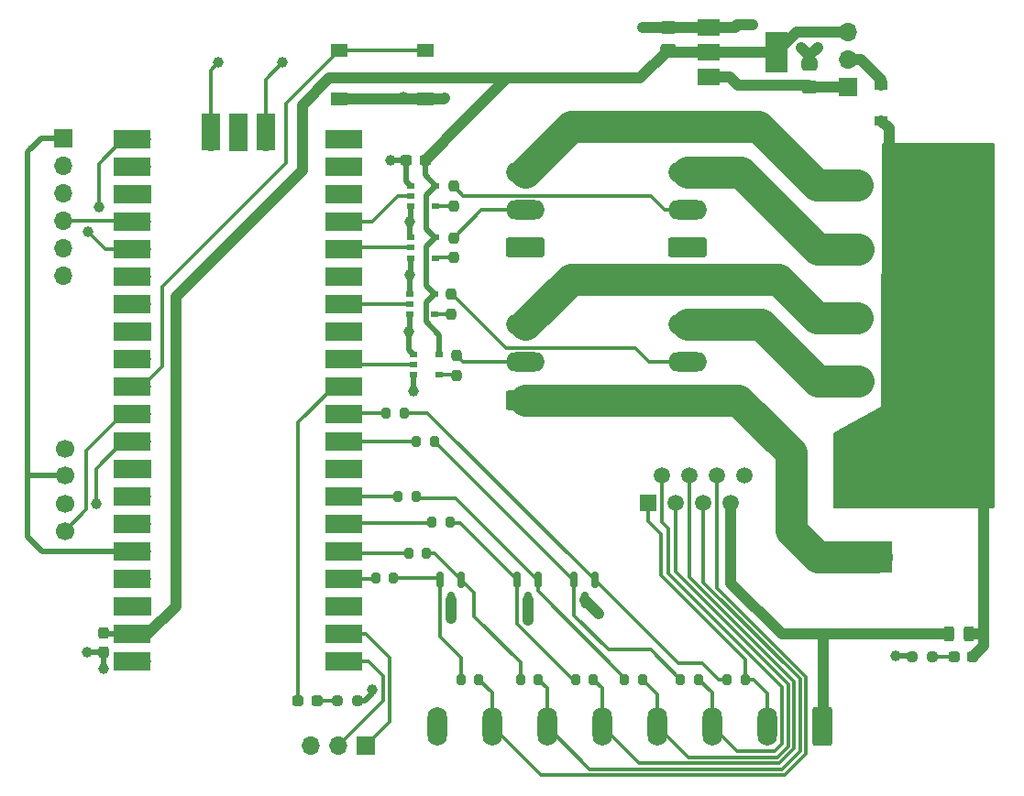
<source format=gbr>
%TF.GenerationSoftware,KiCad,Pcbnew,7.0.7*%
%TF.CreationDate,2023-09-26T23:23:30-04:00*%
%TF.ProjectId,WingsStation,57696e67-7353-4746-9174-696f6e2e6b69,v1*%
%TF.SameCoordinates,Original*%
%TF.FileFunction,Copper,L1,Top*%
%TF.FilePolarity,Positive*%
%FSLAX46Y46*%
G04 Gerber Fmt 4.6, Leading zero omitted, Abs format (unit mm)*
G04 Created by KiCad (PCBNEW 7.0.7) date 2023-09-26 23:23:30*
%MOMM*%
%LPD*%
G01*
G04 APERTURE LIST*
G04 Aperture macros list*
%AMRoundRect*
0 Rectangle with rounded corners*
0 $1 Rounding radius*
0 $2 $3 $4 $5 $6 $7 $8 $9 X,Y pos of 4 corners*
0 Add a 4 corners polygon primitive as box body*
4,1,4,$2,$3,$4,$5,$6,$7,$8,$9,$2,$3,0*
0 Add four circle primitives for the rounded corners*
1,1,$1+$1,$2,$3*
1,1,$1+$1,$4,$5*
1,1,$1+$1,$6,$7*
1,1,$1+$1,$8,$9*
0 Add four rect primitives between the rounded corners*
20,1,$1+$1,$2,$3,$4,$5,0*
20,1,$1+$1,$4,$5,$6,$7,0*
20,1,$1+$1,$6,$7,$8,$9,0*
20,1,$1+$1,$8,$9,$2,$3,0*%
G04 Aperture macros list end*
%TA.AperFunction,ComponentPad*%
%ADD10RoundRect,0.250000X1.550000X-0.650000X1.550000X0.650000X-1.550000X0.650000X-1.550000X-0.650000X0*%
%TD*%
%TA.AperFunction,ComponentPad*%
%ADD11O,3.600000X1.800000*%
%TD*%
%TA.AperFunction,ComponentPad*%
%ADD12R,3.000000X3.000000*%
%TD*%
%TA.AperFunction,ComponentPad*%
%ADD13C,3.000000*%
%TD*%
%TA.AperFunction,ComponentPad*%
%ADD14C,2.475000*%
%TD*%
%TA.AperFunction,SMDPad,CuDef*%
%ADD15RoundRect,0.250000X0.475000X-0.337500X0.475000X0.337500X-0.475000X0.337500X-0.475000X-0.337500X0*%
%TD*%
%TA.AperFunction,ComponentPad*%
%ADD16R,1.700000X1.700000*%
%TD*%
%TA.AperFunction,ComponentPad*%
%ADD17O,1.700000X1.700000*%
%TD*%
%TA.AperFunction,SMDPad,CuDef*%
%ADD18RoundRect,0.237500X-0.250000X-0.237500X0.250000X-0.237500X0.250000X0.237500X-0.250000X0.237500X0*%
%TD*%
%TA.AperFunction,SMDPad,CuDef*%
%ADD19RoundRect,0.237500X-0.287500X-0.237500X0.287500X-0.237500X0.287500X0.237500X-0.287500X0.237500X0*%
%TD*%
%TA.AperFunction,ComponentPad*%
%ADD20R,1.500000X1.500000*%
%TD*%
%TA.AperFunction,ComponentPad*%
%ADD21C,1.500000*%
%TD*%
%TA.AperFunction,SMDPad,CuDef*%
%ADD22RoundRect,0.237500X0.300000X0.237500X-0.300000X0.237500X-0.300000X-0.237500X0.300000X-0.237500X0*%
%TD*%
%TA.AperFunction,SMDPad,CuDef*%
%ADD23R,1.200000X0.900000*%
%TD*%
%TA.AperFunction,SMDPad,CuDef*%
%ADD24RoundRect,0.237500X-0.237500X0.250000X-0.237500X-0.250000X0.237500X-0.250000X0.237500X0.250000X0*%
%TD*%
%TA.AperFunction,SMDPad,CuDef*%
%ADD25R,2.000000X1.500000*%
%TD*%
%TA.AperFunction,SMDPad,CuDef*%
%ADD26R,2.000000X3.800000*%
%TD*%
%TA.AperFunction,SMDPad,CuDef*%
%ADD27R,0.700000X0.510000*%
%TD*%
%TA.AperFunction,ComponentPad*%
%ADD28C,1.700000*%
%TD*%
%TA.AperFunction,SMDPad,CuDef*%
%ADD29RoundRect,0.150000X-0.150000X0.587500X-0.150000X-0.587500X0.150000X-0.587500X0.150000X0.587500X0*%
%TD*%
%TA.AperFunction,SMDPad,CuDef*%
%ADD30R,3.500000X1.700000*%
%TD*%
%TA.AperFunction,SMDPad,CuDef*%
%ADD31R,1.700000X3.500000*%
%TD*%
%TA.AperFunction,SMDPad,CuDef*%
%ADD32RoundRect,0.200000X0.200000X0.275000X-0.200000X0.275000X-0.200000X-0.275000X0.200000X-0.275000X0*%
%TD*%
%TA.AperFunction,SMDPad,CuDef*%
%ADD33R,1.550000X1.300000*%
%TD*%
%TA.AperFunction,SMDPad,CuDef*%
%ADD34RoundRect,0.243750X0.243750X0.456250X-0.243750X0.456250X-0.243750X-0.456250X0.243750X-0.456250X0*%
%TD*%
%TA.AperFunction,ComponentPad*%
%ADD35RoundRect,0.250000X0.650000X1.550000X-0.650000X1.550000X-0.650000X-1.550000X0.650000X-1.550000X0*%
%TD*%
%TA.AperFunction,ComponentPad*%
%ADD36O,1.800000X3.600000*%
%TD*%
%TA.AperFunction,SMDPad,CuDef*%
%ADD37RoundRect,0.237500X0.287500X0.237500X-0.287500X0.237500X-0.287500X-0.237500X0.287500X-0.237500X0*%
%TD*%
%TA.AperFunction,SMDPad,CuDef*%
%ADD38RoundRect,0.237500X-0.237500X0.300000X-0.237500X-0.300000X0.237500X-0.300000X0.237500X0.300000X0*%
%TD*%
%TA.AperFunction,ViaPad*%
%ADD39C,1.000000*%
%TD*%
%TA.AperFunction,Conductor*%
%ADD40C,1.000000*%
%TD*%
%TA.AperFunction,Conductor*%
%ADD41C,3.000000*%
%TD*%
%TA.AperFunction,Conductor*%
%ADD42C,0.500000*%
%TD*%
%TA.AperFunction,Conductor*%
%ADD43C,0.350000*%
%TD*%
G04 APERTURE END LIST*
D10*
%TO.P,J2,1,Pin_1*%
%TO.N,GND*%
X-116373700Y25585700D03*
D11*
%TO.P,J2,2,Pin_2*%
%TO.N,/Outputs/DOUT2*%
X-116373700Y29085700D03*
%TO.P,J2,3,Pin_3*%
%TO.N,/Outputs/VOUT2*%
X-116373700Y32585700D03*
%TD*%
D10*
%TO.P,J4,1,Pin_1*%
%TO.N,GND*%
X-101373700Y25603200D03*
D11*
%TO.P,J4,2,Pin_2*%
%TO.N,/Outputs/DOUT4*%
X-101373700Y29103200D03*
%TO.P,J4,3,Pin_3*%
%TO.N,/Outputs/VOUT4*%
X-101373700Y32603200D03*
%TD*%
D10*
%TO.P,J3,1,Pin_1*%
%TO.N,GND*%
X-101373700Y11520700D03*
D11*
%TO.P,J3,2,Pin_2*%
%TO.N,/Outputs/DOUT3*%
X-101373700Y15020700D03*
%TO.P,J3,3,Pin_3*%
%TO.N,/Outputs/VOUT3*%
X-101373700Y18520700D03*
%TD*%
D10*
%TO.P,J1,1,Pin_1*%
%TO.N,GND*%
X-116373700Y11503200D03*
D11*
%TO.P,J1,2,Pin_2*%
%TO.N,/Outputs/DOUT1*%
X-116373700Y15003200D03*
%TO.P,J1,3,Pin_3*%
%TO.N,/Outputs/VOUT1*%
X-116373700Y18503200D03*
%TD*%
D12*
%TO.P,TB1,1,P1*%
%TO.N,GND*%
X-83952400Y-3012260D03*
D13*
%TO.P,TB1,2,P2*%
%TO.N,VIN1*%
X-83952400Y5237660D03*
%TD*%
D14*
%TO.P,F2,1_1,1*%
%TO.N,VIN1*%
X-77549410Y31385700D03*
%TO.P,F2,1_2,1*%
X-81249410Y31385700D03*
%TO.P,F2,2_1,2*%
%TO.N,/Outputs/VOUT2*%
X-85749410Y31385700D03*
%TO.P,F2,2_2,2*%
X-89449410Y31385700D03*
%TD*%
%TO.P,F4,1_1,1*%
%TO.N,VIN1*%
X-77466200Y25485700D03*
%TO.P,F4,1_2,1*%
X-81166200Y25485700D03*
%TO.P,F4,2_1,2*%
%TO.N,/Outputs/VOUT4*%
X-85666200Y25485700D03*
%TO.P,F4,2_2,2*%
X-89366200Y25485700D03*
%TD*%
%TO.P,F1,1_1,1*%
%TO.N,VIN1*%
X-77549410Y19085700D03*
%TO.P,F1,1_2,1*%
X-81249410Y19085700D03*
%TO.P,F1,2_1,2*%
%TO.N,/Outputs/VOUT1*%
X-85749410Y19085700D03*
%TO.P,F1,2_2,2*%
X-89449410Y19085700D03*
%TD*%
%TO.P,F3,1_1,1*%
%TO.N,VIN1*%
X-77466200Y13285700D03*
%TO.P,F3,1_2,1*%
X-81166200Y13285700D03*
%TO.P,F3,2_1,2*%
%TO.N,/Outputs/VOUT3*%
X-85666200Y13285700D03*
%TO.P,F3,2_2,2*%
X-89366200Y13285700D03*
%TD*%
D15*
%TO.P,C1,1*%
%TO.N,/PWR*%
X-90116200Y40448200D03*
%TO.P,C1,2*%
%TO.N,GND*%
X-90116200Y42523200D03*
%TD*%
D16*
%TO.P,J6,1,Pin_1*%
%TO.N,/PWR*%
X-86616200Y40460700D03*
D17*
%TO.P,J6,2,Pin_2*%
%TO.N,/VIN*%
X-86616200Y43000700D03*
%TO.P,J6,3,Pin_3*%
%TO.N,+5V*%
X-86616200Y45540700D03*
%TD*%
D15*
%TO.P,C2,1*%
%TO.N,+5V*%
X-103216200Y43833200D03*
%TO.P,C2,2*%
%TO.N,GND*%
X-103216200Y45908200D03*
%TD*%
D18*
%TO.P,R1,1*%
%TO.N,GND*%
X-80628700Y-12214300D03*
%TO.P,R1,2*%
%TO.N,Net-(D2-K)*%
X-78803700Y-12214300D03*
%TD*%
D19*
%TO.P,D2,1,K*%
%TO.N,Net-(D2-K)*%
X-76791200Y-12214300D03*
%TO.P,D2,2,A*%
%TO.N,VIN1*%
X-75041200Y-12214300D03*
%TD*%
D20*
%TO.P,J7,1*%
%TO.N,IN0*%
X-105016200Y1985700D03*
D21*
%TO.P,J7,2*%
%TO.N,IN1*%
X-103746200Y4525700D03*
%TO.P,J7,3*%
%TO.N,IN2*%
X-102476200Y1985700D03*
%TO.P,J7,4*%
%TO.N,IN3*%
X-101206200Y4525700D03*
%TO.P,J7,5*%
%TO.N,IN4*%
X-99936200Y1985700D03*
%TO.P,J7,6*%
%TO.N,IN5*%
X-98666200Y4525700D03*
%TO.P,J7,7*%
%TO.N,B_PWR*%
X-97396200Y1985700D03*
%TO.P,J7,8*%
%TO.N,GND*%
X-96126200Y4525700D03*
%TD*%
D22*
%TO.P,C3,1*%
%TO.N,+5V*%
X-125653700Y33685700D03*
%TO.P,C3,2*%
%TO.N,GND*%
X-127378700Y33685700D03*
%TD*%
D23*
%TO.P,D1,1,K*%
%TO.N,/VIN*%
X-83516200Y40635700D03*
%TO.P,D1,2,A*%
%TO.N,VIN1*%
X-83516200Y37335700D03*
%TD*%
D24*
%TO.P,R7,1*%
%TO.N,/Outputs/DOUT1*%
X-122716200Y15598200D03*
%TO.P,R7,2*%
%TO.N,Net-(R7-Pad2)*%
X-122716200Y13773200D03*
%TD*%
%TO.P,R8,1*%
%TO.N,/Outputs/DOUT2*%
X-123016200Y26498200D03*
%TO.P,R8,2*%
%TO.N,Net-(R8-Pad2)*%
X-123016200Y24673200D03*
%TD*%
%TO.P,R10,1*%
%TO.N,/Outputs/DOUT4*%
X-123016200Y31298200D03*
%TO.P,R10,2*%
%TO.N,Net-(R10-Pad2)*%
X-123016200Y29473200D03*
%TD*%
D25*
%TO.P,U2,1,GND*%
%TO.N,GND*%
X-99466200Y45970700D03*
%TO.P,U2,2,VO*%
%TO.N,+5V*%
X-99466200Y43670700D03*
D26*
X-93166200Y43670700D03*
D25*
%TO.P,U2,3,VI*%
%TO.N,/PWR*%
X-99466200Y41370700D03*
%TD*%
D27*
%TO.P,U4,1*%
%TO.N,GND*%
X-126676200Y15735700D03*
%TO.P,U4,2*%
%TO.N,OUT17*%
X-126676200Y14785700D03*
%TO.P,U4,3,GND*%
%TO.N,GND*%
X-126676200Y13835700D03*
%TO.P,U4,4*%
%TO.N,Net-(R7-Pad2)*%
X-124356200Y13835700D03*
%TO.P,U4,5,VCC*%
%TO.N,+5V*%
X-124356200Y15735700D03*
%TD*%
D24*
%TO.P,R9,1*%
%TO.N,/Outputs/DOUT3*%
X-123216200Y21298200D03*
%TO.P,R9,2*%
%TO.N,Net-(R9-Pad2)*%
X-123216200Y19473200D03*
%TD*%
D28*
%TO.P,J5,1,Pin_1*%
%TO.N,/Micro/SDA*%
X-158888200Y-596300D03*
%TO.P,J5,2,Pin_2*%
%TO.N,/Micro/SCL*%
X-158888200Y1903700D03*
%TO.P,J5,3,Pin_3*%
%TO.N,+3V3*%
X-158888200Y4503700D03*
%TO.P,J5,4,Pin_4*%
%TO.N,GND*%
X-158888200Y7003700D03*
%TD*%
D29*
%TO.P,D3,1,K*%
%TO.N,Net-(D3-K-Pad1)*%
X-109966200Y-5126800D03*
%TO.P,D3,2,K*%
%TO.N,Net-(D3-K-Pad2)*%
X-111866200Y-5126800D03*
%TO.P,D3,3,A*%
%TO.N,GND*%
X-110916200Y-7001800D03*
%TD*%
D17*
%TO.P,U1,1,GPIO0*%
%TO.N,Net-(J9-Pin_2)*%
X-134026200Y-12644300D03*
D30*
X-133126200Y-12644300D03*
D17*
%TO.P,U1,2,GPIO1*%
%TO.N,Net-(J9-Pin_1)*%
X-134026200Y-10104300D03*
D30*
X-133126200Y-10104300D03*
D16*
%TO.P,U1,3,GND*%
%TO.N,GND*%
X-134026200Y-7564300D03*
D30*
X-133126200Y-7564300D03*
D17*
%TO.P,U1,4,GPIO2*%
%TO.N,IO2*%
X-134026200Y-5024300D03*
D30*
X-133126200Y-5024300D03*
D17*
%TO.P,U1,5,GPIO3*%
%TO.N,IO3*%
X-134026200Y-2484300D03*
D30*
X-133126200Y-2484300D03*
D17*
%TO.P,U1,6,GPIO4*%
%TO.N,IO4*%
X-134026200Y55700D03*
D30*
X-133126200Y55700D03*
D17*
%TO.P,U1,7,GPIO5*%
%TO.N,IO5*%
X-134026200Y2595700D03*
D30*
X-133126200Y2595700D03*
D16*
%TO.P,U1,8,GND*%
%TO.N,GND*%
X-134026200Y5135700D03*
D30*
X-133126200Y5135700D03*
D17*
%TO.P,U1,9,GPIO6*%
%TO.N,IO6*%
X-134026200Y7675700D03*
D30*
X-133126200Y7675700D03*
D17*
%TO.P,U1,10,GPIO7*%
%TO.N,IO7*%
X-134026200Y10215700D03*
D30*
X-133126200Y10215700D03*
D17*
%TO.P,U1,11,GPIO8*%
%TO.N,Net-(D4-A)*%
X-134026200Y12755700D03*
D30*
X-133126200Y12755700D03*
D17*
%TO.P,U1,12,GPIO9*%
%TO.N,OUT17*%
X-134026200Y15295700D03*
D30*
X-133126200Y15295700D03*
D16*
%TO.P,U1,13,GND*%
%TO.N,GND*%
X-134026200Y17835700D03*
D30*
X-133126200Y17835700D03*
D17*
%TO.P,U1,14,GPIO10*%
%TO.N,OUT19*%
X-134026200Y20375700D03*
D30*
X-133126200Y20375700D03*
D17*
%TO.P,U1,15,GPIO11*%
%TO.N,unconnected-(U1-GPIO11-Pad15)*%
X-134026200Y22915700D03*
D30*
X-133126200Y22915700D03*
D17*
%TO.P,U1,16,GPIO12*%
%TO.N,OUT18*%
X-134026200Y25455700D03*
D30*
X-133126200Y25455700D03*
D17*
%TO.P,U1,17,GPIO13*%
%TO.N,OUT20*%
X-134026200Y27995700D03*
D30*
X-133126200Y27995700D03*
D16*
%TO.P,U1,18,GND*%
%TO.N,GND*%
X-134026200Y30535700D03*
D30*
X-133126200Y30535700D03*
D17*
%TO.P,U1,19,GPIO14*%
%TO.N,unconnected-(U1-GPIO14-Pad19)*%
X-134026200Y33075700D03*
D30*
X-133126200Y33075700D03*
D17*
%TO.P,U1,20,GPIO15*%
%TO.N,unconnected-(U1-GPIO15-Pad20)*%
X-134026200Y35615700D03*
D30*
X-133126200Y35615700D03*
D17*
%TO.P,U1,21,GPIO16*%
%TO.N,SD_MISO*%
X-151806200Y35615700D03*
D30*
X-152706200Y35615700D03*
D17*
%TO.P,U1,22,GPIO17*%
%TO.N,SD_CS*%
X-151806200Y33075700D03*
D30*
X-152706200Y33075700D03*
D16*
%TO.P,U1,23,GND*%
%TO.N,GND*%
X-151806200Y30535700D03*
D30*
X-152706200Y30535700D03*
D17*
%TO.P,U1,24,GPIO18*%
%TO.N,SD_CLK*%
X-151806200Y27995700D03*
D30*
X-152706200Y27995700D03*
D17*
%TO.P,U1,25,GPIO19*%
%TO.N,SD_MOSI*%
X-151806200Y25455700D03*
D30*
X-152706200Y25455700D03*
D17*
%TO.P,U1,26,GPIO20*%
%TO.N,unconnected-(U1-GPIO20-Pad26)*%
X-151806200Y22915700D03*
D30*
X-152706200Y22915700D03*
D17*
%TO.P,U1,27,GPIO21*%
%TO.N,unconnected-(U1-GPIO21-Pad27)*%
X-151806200Y20375700D03*
D30*
X-152706200Y20375700D03*
D16*
%TO.P,U1,28,GND*%
%TO.N,GND*%
X-151806200Y17835700D03*
D30*
X-152706200Y17835700D03*
D17*
%TO.P,U1,29,GPIO22*%
%TO.N,unconnected-(U1-GPIO22-Pad29)*%
X-151806200Y15295700D03*
D30*
X-152706200Y15295700D03*
D17*
%TO.P,U1,30,RUN*%
%TO.N,Net-(U1-RUN)*%
X-151806200Y12755700D03*
D30*
X-152706200Y12755700D03*
D17*
%TO.P,U1,31,GPIO26_ADC0*%
%TO.N,/Micro/SDA*%
X-151806200Y10215700D03*
D30*
X-152706200Y10215700D03*
D17*
%TO.P,U1,32,GPIO27_ADC1*%
%TO.N,/Micro/SCL*%
X-151806200Y7675700D03*
D30*
X-152706200Y7675700D03*
D16*
%TO.P,U1,33,AGND*%
%TO.N,unconnected-(U1-AGND-Pad33)*%
X-151806200Y5135700D03*
D30*
X-152706200Y5135700D03*
D17*
%TO.P,U1,34,GPIO28_ADC2*%
%TO.N,unconnected-(U1-GPIO28_ADC2-Pad34)*%
X-151806200Y2595700D03*
D30*
X-152706200Y2595700D03*
D17*
%TO.P,U1,35,ADC_VREF*%
%TO.N,unconnected-(U1-ADC_VREF-Pad35)*%
X-151806200Y55700D03*
D30*
X-152706200Y55700D03*
D17*
%TO.P,U1,36,3V3*%
%TO.N,+3V3*%
X-151806200Y-2484300D03*
D30*
X-152706200Y-2484300D03*
D17*
%TO.P,U1,37,3V3_EN*%
%TO.N,unconnected-(U1-3V3_EN-Pad37)*%
X-151806200Y-5024300D03*
D30*
X-152706200Y-5024300D03*
D16*
%TO.P,U1,38,GND*%
%TO.N,GND*%
X-151806200Y-7564300D03*
D30*
X-152706200Y-7564300D03*
D17*
%TO.P,U1,39,VSYS*%
%TO.N,+5V*%
X-151806200Y-10104300D03*
D30*
X-152706200Y-10104300D03*
D17*
%TO.P,U1,40,VBUS*%
%TO.N,unconnected-(U1-VBUS-Pad40)*%
X-151806200Y-12644300D03*
D30*
X-152706200Y-12644300D03*
D17*
%TO.P,U1,41,SWCLK*%
%TO.N,/Micro/SWDCLK*%
X-140376200Y35385700D03*
D31*
X-140376200Y36285700D03*
D16*
%TO.P,U1,42,GND*%
%TO.N,GND*%
X-142916200Y35385700D03*
D31*
X-142916200Y36285700D03*
D17*
%TO.P,U1,43,SWDIO*%
%TO.N,/Micro/SWDIO*%
X-145456200Y35385700D03*
D31*
X-145456200Y36285700D03*
%TD*%
D32*
%TO.P,R17,1*%
%TO.N,IN3*%
X-110091200Y-14314300D03*
%TO.P,R17,2*%
%TO.N,Net-(D5-K-Pad2)*%
X-111741200Y-14314300D03*
%TD*%
%TO.P,R5,1*%
%TO.N,Net-(D3-K-Pad1)*%
X-127591200Y10335700D03*
%TO.P,R5,2*%
%TO.N,IO7*%
X-129241200Y10335700D03*
%TD*%
D33*
%TO.P,SW4,1,1*%
%TO.N,Net-(U1-RUN)*%
X-133607200Y43807700D03*
X-125657200Y43807700D03*
%TO.P,SW4,2,2*%
%TO.N,GND*%
X-133607200Y39307700D03*
X-125657200Y39307700D03*
%TD*%
D32*
%TO.P,R4,1*%
%TO.N,IN1*%
X-100391200Y-14314300D03*
%TO.P,R4,2*%
%TO.N,Net-(D3-K-Pad2)*%
X-102041200Y-14314300D03*
%TD*%
%TO.P,R14,1*%
%TO.N,Net-(D6-K-Pad2)*%
X-128553200Y-4924300D03*
%TO.P,R14,2*%
%TO.N,IO2*%
X-130203200Y-4924300D03*
%TD*%
D34*
%TO.P,F5,1*%
%TO.N,VIN1*%
X-75428700Y-10064300D03*
%TO.P,F5,2*%
%TO.N,B_PWR*%
X-77303700Y-10064300D03*
%TD*%
D35*
%TO.P,J8,1,Pin_1*%
%TO.N,B_PWR*%
X-88992200Y-18640300D03*
D36*
%TO.P,J8,2,Pin_2*%
%TO.N,IN0*%
X-94072200Y-18640300D03*
%TO.P,J8,3,Pin_3*%
%TO.N,IN1*%
X-99152200Y-18640300D03*
%TO.P,J8,4,Pin_4*%
%TO.N,IN2*%
X-104232200Y-18640300D03*
%TO.P,J8,5,Pin_5*%
%TO.N,IN3*%
X-109312200Y-18640300D03*
%TO.P,J8,6,Pin_6*%
%TO.N,IN4*%
X-114392200Y-18640300D03*
%TO.P,J8,7,Pin_7*%
%TO.N,IN5*%
X-119472200Y-18640300D03*
%TO.P,J8,8,Pin_8*%
%TO.N,GND*%
X-124552200Y-18640300D03*
%TD*%
D32*
%TO.P,R18,1*%
%TO.N,Net-(D5-K-Pad1)*%
X-126491200Y2585700D03*
%TO.P,R18,2*%
%TO.N,IO5*%
X-128141200Y2585700D03*
%TD*%
D29*
%TO.P,D5,1,K*%
%TO.N,Net-(D5-K-Pad1)*%
X-115220200Y-5081300D03*
%TO.P,D5,2,K*%
%TO.N,Net-(D5-K-Pad2)*%
X-117120200Y-5081300D03*
%TO.P,D5,3,A*%
%TO.N,GND*%
X-116170200Y-6956300D03*
%TD*%
D32*
%TO.P,R12,1*%
%TO.N,IN5*%
X-120691200Y-14314300D03*
%TO.P,R12,2*%
%TO.N,Net-(D6-K-Pad2)*%
X-122341200Y-14314300D03*
%TD*%
%TO.P,R6,1*%
%TO.N,Net-(D3-K-Pad2)*%
X-124791200Y7685700D03*
%TO.P,R6,2*%
%TO.N,IO6*%
X-126441200Y7685700D03*
%TD*%
D27*
%TO.P,U6,1*%
%TO.N,GND*%
X-127076200Y21335700D03*
%TO.P,U6,2*%
%TO.N,OUT19*%
X-127076200Y20385700D03*
%TO.P,U6,3,GND*%
%TO.N,GND*%
X-127076200Y19435700D03*
%TO.P,U6,4*%
%TO.N,Net-(R9-Pad2)*%
X-124756200Y19435700D03*
%TO.P,U6,5,VCC*%
%TO.N,+5V*%
X-124756200Y21335700D03*
%TD*%
D37*
%TO.P,D4,1,K*%
%TO.N,Net-(D4-K)*%
X-135641200Y-16314300D03*
%TO.P,D4,2,A*%
%TO.N,Net-(D4-A)*%
X-137391200Y-16314300D03*
%TD*%
D29*
%TO.P,D6,1,K*%
%TO.N,Net-(D6-K-Pad1)*%
X-122332200Y-5081300D03*
%TO.P,D6,2,K*%
%TO.N,Net-(D6-K-Pad2)*%
X-124232200Y-5081300D03*
%TO.P,D6,3,A*%
%TO.N,GND*%
X-123282200Y-6956300D03*
%TD*%
D18*
%TO.P,R11,1*%
%TO.N,Net-(D4-K)*%
X-133728700Y-16314300D03*
%TO.P,R11,2*%
%TO.N,GND*%
X-131903700Y-16314300D03*
%TD*%
D32*
%TO.P,R13,1*%
%TO.N,Net-(D6-K-Pad1)*%
X-125491200Y-2638300D03*
%TO.P,R13,2*%
%TO.N,IO3*%
X-127141200Y-2638300D03*
%TD*%
%TO.P,R2,1*%
%TO.N,IN4*%
X-115191200Y-14314300D03*
%TO.P,R2,2*%
%TO.N,Net-(D6-K-Pad1)*%
X-116841200Y-14314300D03*
%TD*%
D27*
%TO.P,U7,1*%
%TO.N,GND*%
X-126976200Y31335700D03*
%TO.P,U7,2*%
%TO.N,OUT20*%
X-126976200Y30385700D03*
%TO.P,U7,3,GND*%
%TO.N,GND*%
X-126976200Y29435700D03*
%TO.P,U7,4*%
%TO.N,Net-(R10-Pad2)*%
X-124656200Y29435700D03*
%TO.P,U7,5,VCC*%
%TO.N,+5V*%
X-124656200Y31335700D03*
%TD*%
D38*
%TO.P,C5,1*%
%TO.N,+5V*%
X-155316200Y-10051800D03*
%TO.P,C5,2*%
%TO.N,GND*%
X-155316200Y-11776800D03*
%TD*%
D32*
%TO.P,R19,1*%
%TO.N,Net-(D5-K-Pad2)*%
X-123341200Y235700D03*
%TO.P,R19,2*%
%TO.N,IO4*%
X-124991200Y235700D03*
%TD*%
D16*
%TO.P,J9,1,Pin_1*%
%TO.N,Net-(J9-Pin_1)*%
X-131116200Y-20414300D03*
D17*
%TO.P,J9,2,Pin_2*%
%TO.N,Net-(J9-Pin_2)*%
X-133656200Y-20414300D03*
%TO.P,J9,3,Pin_3*%
%TO.N,GND*%
X-136196200Y-20414300D03*
%TD*%
D27*
%TO.P,U5,1*%
%TO.N,GND*%
X-126976200Y26535700D03*
%TO.P,U5,2*%
%TO.N,OUT18*%
X-126976200Y25585700D03*
%TO.P,U5,3,GND*%
%TO.N,GND*%
X-126976200Y24635700D03*
%TO.P,U5,4*%
%TO.N,Net-(R8-Pad2)*%
X-124656200Y24635700D03*
%TO.P,U5,5,VCC*%
%TO.N,+5V*%
X-124656200Y26535700D03*
%TD*%
D32*
%TO.P,R16,1*%
%TO.N,IN2*%
X-105591200Y-14314300D03*
%TO.P,R16,2*%
%TO.N,Net-(D5-K-Pad1)*%
X-107241200Y-14314300D03*
%TD*%
%TO.P,R3,1*%
%TO.N,IN0*%
X-96091200Y-14314300D03*
%TO.P,R3,2*%
%TO.N,Net-(D3-K-Pad1)*%
X-97741200Y-14314300D03*
%TD*%
D16*
%TO.P,J11,1,Pin_1*%
%TO.N,+3V3*%
X-159096200Y35715700D03*
D17*
%TO.P,J11,2,Pin_2*%
%TO.N,SD_CS*%
X-159096200Y33175700D03*
%TO.P,J11,3,Pin_3*%
%TO.N,SD_MOSI*%
X-159096200Y30635700D03*
%TO.P,J11,4,Pin_4*%
%TO.N,SD_CLK*%
X-159096200Y28095700D03*
%TO.P,J11,5,Pin_5*%
%TO.N,SD_MISO*%
X-159096200Y25555700D03*
%TO.P,J11,6,Pin_6*%
%TO.N,GND*%
X-159096200Y23015700D03*
%TD*%
D39*
%TO.N,GND*%
X-126716200Y12335700D03*
X-96916200Y46070700D03*
X-95416200Y46170700D03*
X-123282200Y-8648300D03*
X-155366200Y-13364300D03*
X-123866200Y39385700D03*
X-128866200Y33685700D03*
X-127116200Y17835700D03*
X-101366200Y45935704D03*
X-105516200Y45970700D03*
X-127616200Y39485700D03*
X-130516200Y-15264300D03*
X-156866200Y-11814300D03*
X-90916200Y44085700D03*
X-127016200Y28035700D03*
X-109634949Y-8283051D03*
X-116166200Y-8814298D03*
X-131716200Y39335700D03*
X-127066200Y23085700D03*
X-82216200Y-12164300D03*
X-89416200Y44085700D03*
%TO.N,/Micro/SWDCLK*%
X-138816200Y42685700D03*
%TO.N,/Micro/SWDIO*%
X-144716200Y42685700D03*
%TO.N,/Micro/SCL*%
X-156048200Y1933700D03*
%TO.N,SD_MOSI*%
X-156810200Y27079700D03*
%TO.N,SD_MISO*%
X-155794200Y29365700D03*
%TD*%
D40*
%TO.N,GND*%
X-89416200Y44085700D02*
X-90116200Y43385700D01*
D41*
X-101391200Y11503200D02*
X-101373700Y11520700D01*
D40*
X-103216200Y45908200D02*
X-101393704Y45908200D01*
X-99466200Y45970700D02*
X-97016200Y45970700D01*
D42*
X-127076200Y19435700D02*
X-127076200Y17875700D01*
D40*
X-90116200Y43285700D02*
X-90916200Y44085700D01*
D42*
X-127016200Y26575700D02*
X-126976200Y26535700D01*
D40*
X-110916200Y-7001800D02*
X-109634949Y-8283051D01*
D42*
X-130516200Y-15614300D02*
X-131216200Y-16314300D01*
D40*
X-116170200Y-6956300D02*
X-116170200Y-8810298D01*
D42*
X-126976200Y29435700D02*
X-126976200Y28075700D01*
D40*
X-99466200Y45970700D02*
X-101331204Y45970700D01*
D41*
X-91866200Y6635700D02*
X-91866200Y-514300D01*
D42*
X-155316200Y-13314300D02*
X-155366200Y-13364300D01*
D40*
X-123282200Y-6956300D02*
X-123282200Y-8648300D01*
X-97016200Y45970700D02*
X-96916200Y46070700D01*
D42*
X-126976200Y23175700D02*
X-127066200Y23085700D01*
X-155316200Y-11776800D02*
X-155316200Y-13314300D01*
D40*
X-123944200Y39307700D02*
X-123866200Y39385700D01*
D41*
X-91866200Y-514300D02*
X-89368240Y-3012260D01*
D42*
X-131216200Y-16314300D02*
X-131903700Y-16314300D01*
X-127378700Y33685700D02*
X-128866200Y33685700D01*
X-127378700Y33685700D02*
X-127378700Y31738200D01*
D41*
X-101373700Y11520700D02*
X-96751200Y11520700D01*
D40*
X-90116200Y43385700D02*
X-90116200Y43285700D01*
D42*
X-127378700Y31738200D02*
X-126976200Y31335700D01*
X-127116200Y16175700D02*
X-126676200Y15735700D01*
X-127066200Y23085700D02*
X-127066200Y21345700D01*
D40*
X-125657200Y39307700D02*
X-123944200Y39307700D01*
X-96816200Y46170700D02*
X-96916200Y46070700D01*
D42*
X-126976200Y24635700D02*
X-126976200Y23175700D01*
X-126976200Y28075700D02*
X-127016200Y28035700D01*
D40*
X-101331204Y45970700D02*
X-101366200Y45935704D01*
D41*
X-116373700Y11503200D02*
X-101391200Y11503200D01*
D42*
X-127066200Y21345700D02*
X-127076200Y21335700D01*
X-127116200Y17835700D02*
X-127116200Y16175700D01*
X-130516200Y-15264300D02*
X-130516200Y-15614300D01*
D40*
X-101393704Y45908200D02*
X-101366200Y45935704D01*
D42*
X-80678700Y-12164300D02*
X-80628700Y-12214300D01*
D40*
X-90116200Y42523200D02*
X-90116200Y43285700D01*
D41*
X-89368240Y-3012260D02*
X-83952400Y-3012260D01*
X-96751200Y11520700D02*
X-91866200Y6635700D01*
D40*
X-95416200Y46170700D02*
X-96816200Y46170700D01*
D42*
X-126716200Y13795700D02*
X-126676200Y13835700D01*
X-127016200Y28035700D02*
X-127016200Y26575700D01*
D40*
X-116170200Y-8810298D02*
X-116166200Y-8814298D01*
D42*
X-155316200Y-11776800D02*
X-156828700Y-11776800D01*
D40*
X-103278700Y45970700D02*
X-103216200Y45908200D01*
D42*
X-127076200Y17875700D02*
X-127116200Y17835700D01*
D40*
X-133607200Y39307700D02*
X-125657200Y39307700D01*
X-105516200Y45970700D02*
X-103278700Y45970700D01*
D42*
X-82216200Y-12164300D02*
X-80678700Y-12164300D01*
X-126716200Y12335700D02*
X-126716200Y13795700D01*
X-156828700Y-11776800D02*
X-156866200Y-11814300D01*
D40*
%TO.N,+5V*%
X-91296200Y45540700D02*
X-93166200Y43670700D01*
X-103216200Y43833200D02*
X-105763700Y41285700D01*
D42*
X-124656200Y31335700D02*
X-125541689Y30450211D01*
X-125541689Y27326189D02*
X-124751200Y26535700D01*
X-125555711Y20126189D02*
X-125555711Y18731189D01*
X-125516200Y25675700D02*
X-125516200Y22095700D01*
D40*
X-93166200Y43670700D02*
X-99466200Y43670700D01*
X-134476200Y41285700D02*
X-136998200Y38763700D01*
X-148682200Y21016264D02*
X-148682200Y-7540300D01*
D42*
X-125653700Y33685700D02*
X-125653700Y32333200D01*
D40*
X-121984950Y37354450D02*
X-125653700Y33685700D01*
D42*
X-151806200Y-10104300D02*
X-155263700Y-10104300D01*
X-124356200Y17531678D02*
X-124356200Y15735700D01*
D40*
X-136998200Y32700264D02*
X-148682200Y21016264D01*
X-136998200Y38763700D02*
X-136998200Y32700264D01*
D42*
X-125653700Y32333200D02*
X-124656200Y31335700D01*
X-125516200Y22095700D02*
X-124756200Y21335700D01*
D40*
X-105763700Y41285700D02*
X-118053700Y41285700D01*
D42*
X-125541689Y20140211D02*
X-125555711Y20126189D01*
D40*
X-99466200Y43670700D02*
X-103053700Y43670700D01*
D42*
X-124751200Y26535700D02*
X-124656200Y26535700D01*
X-155263700Y-10104300D02*
X-155316200Y-10051800D01*
X-125555711Y18731189D02*
X-124356200Y17531678D01*
D40*
X-148682200Y-7540300D02*
X-151246200Y-10104300D01*
X-118053700Y41285700D02*
X-134476200Y41285700D01*
D42*
X-124756200Y21335700D02*
X-125541689Y20550211D01*
D40*
X-86616200Y45540700D02*
X-91296200Y45540700D01*
D42*
X-125541689Y30450211D02*
X-125541689Y27326189D01*
D40*
X-151246200Y-10104300D02*
X-151806200Y-10104300D01*
D42*
X-124656200Y26535700D02*
X-125516200Y25675700D01*
X-125541689Y20550211D02*
X-125541689Y20140211D01*
D40*
X-118053700Y41285700D02*
X-121984950Y37354450D01*
%TO.N,VIN1*%
X-76516200Y5285700D02*
X-76564240Y5237660D01*
X-74016200Y-9014300D02*
X-74016200Y-10014300D01*
X-75041200Y-12214300D02*
X-74016200Y-11189300D01*
X-74066200Y-10064300D02*
X-75428700Y-10064300D01*
X-74016200Y-11189300D02*
X-74016200Y-9014300D01*
X-74016200Y-10014300D02*
X-74066200Y-10064300D01*
X-74016200Y2885700D02*
X-76416200Y5285700D01*
X-82816200Y32952490D02*
X-81249410Y31385700D01*
X-76564240Y5237660D02*
X-83952400Y5237660D01*
X-82816200Y36635700D02*
X-82816200Y32952490D01*
X-74016200Y-9014300D02*
X-74016200Y2885700D01*
X-83516200Y37335700D02*
X-82816200Y36635700D01*
X-76416200Y5285700D02*
X-76516200Y5285700D01*
D43*
%TO.N,OUT20*%
X-126976200Y30385700D02*
X-128116200Y30385700D01*
X-128116200Y30385700D02*
X-130506200Y27995700D01*
X-130506200Y27995700D02*
X-134026200Y27995700D01*
%TO.N,OUT19*%
X-134016200Y20385700D02*
X-134026200Y20375700D01*
X-127076200Y20385700D02*
X-134016200Y20385700D01*
%TO.N,OUT18*%
X-133896200Y25585700D02*
X-134026200Y25455700D01*
X-126976200Y25585700D02*
X-133896200Y25585700D01*
%TO.N,OUT17*%
X-126676200Y14785700D02*
X-133516200Y14785700D01*
X-133516200Y14785700D02*
X-134026200Y15295700D01*
%TO.N,Net-(D2-K)*%
X-78803700Y-12214300D02*
X-76791200Y-12214300D01*
D41*
%TO.N,/Outputs/VOUT1*%
X-89449410Y19085700D02*
X-93049890Y22686180D01*
X-85749410Y19085700D02*
X-89449410Y19085700D01*
X-112190720Y22686180D02*
X-116373700Y18503200D01*
X-93049890Y22686180D02*
X-112190720Y22686180D01*
%TO.N,/Outputs/VOUT2*%
X-94849410Y36785700D02*
X-112173700Y36785700D01*
X-112173700Y36785700D02*
X-116373700Y32585700D01*
X-85749410Y31385700D02*
X-89449410Y31385700D01*
X-89449410Y31385700D02*
X-94849410Y36785700D01*
%TO.N,/Outputs/VOUT3*%
X-94601200Y18520700D02*
X-101373700Y18520700D01*
X-85666200Y13285700D02*
X-89366200Y13285700D01*
X-89366200Y13285700D02*
X-94601200Y18520700D01*
%TO.N,/Outputs/VOUT4*%
X-89366200Y25485700D02*
X-96483700Y32603200D01*
X-96483700Y32603200D02*
X-101373700Y32603200D01*
X-85666200Y25485700D02*
X-89366200Y25485700D01*
D43*
%TO.N,/Outputs/DOUT1*%
X-116373700Y15003200D02*
X-122121200Y15003200D01*
X-122716200Y15598200D02*
X-122121200Y15003200D01*
%TO.N,/Outputs/DOUT2*%
X-120428700Y29085700D02*
X-123016200Y26498200D01*
X-116373700Y29085700D02*
X-120428700Y29085700D01*
%TO.N,/Outputs/DOUT3*%
X-123128700Y21298200D02*
X-123216200Y21298200D01*
X-104951200Y15020700D02*
X-106259180Y16328680D01*
X-106259180Y16328680D02*
X-118159180Y16328680D01*
X-118159180Y16328680D02*
X-123128700Y21298200D01*
X-101373700Y15020700D02*
X-104951200Y15020700D01*
%TO.N,/Outputs/DOUT4*%
X-122103700Y30385700D02*
X-104816200Y30385700D01*
X-104816200Y30385700D02*
X-103533700Y29103200D01*
X-103533700Y29103200D02*
X-101373700Y29103200D01*
X-123016200Y31298200D02*
X-122103700Y30385700D01*
D40*
%TO.N,/PWR*%
X-86628700Y40448200D02*
X-86616200Y40460700D01*
X-90253700Y40585700D02*
X-90116200Y40448200D01*
X-96731200Y40585700D02*
X-90253700Y40585700D01*
X-99466200Y41370700D02*
X-97516200Y41370700D01*
X-90116200Y40448200D02*
X-86628700Y40448200D01*
X-97516200Y41370700D02*
X-96731200Y40585700D01*
D43*
%TO.N,Net-(D3-K-Pad1)*%
X-127591200Y10335700D02*
X-127571200Y10315700D01*
X-100016200Y-12814300D02*
X-98516200Y-14314300D01*
X-98516200Y-14314300D02*
X-97741200Y-14314300D01*
X-125408700Y10315700D02*
X-109966200Y-5126800D01*
X-109966200Y-5126800D02*
X-102278700Y-12814300D01*
X-102278700Y-12814300D02*
X-100016200Y-12814300D01*
X-127571200Y10315700D02*
X-125408700Y10315700D01*
%TO.N,Net-(D3-K-Pad2)*%
X-111866200Y-5214300D02*
X-124766200Y7685700D01*
X-111866200Y-8401737D02*
X-111866200Y-5214300D01*
X-108703637Y-11564300D02*
X-111866200Y-8401737D01*
X-104791200Y-11564300D02*
X-108703637Y-11564300D01*
X-124766200Y7685700D02*
X-124791200Y7685700D01*
X-102041200Y-14314300D02*
X-104791200Y-11564300D01*
%TO.N,Net-(D4-K)*%
X-133728700Y-16314300D02*
X-135641200Y-16314300D01*
%TO.N,Net-(D4-A)*%
X-137366200Y-16289300D02*
X-137366200Y9415700D01*
X-137366200Y9415700D02*
X-134026200Y12755700D01*
X-137391200Y-16314300D02*
X-137366200Y-16289300D01*
%TO.N,Net-(D5-K-Pad1)*%
X-122822200Y2441700D02*
X-115299200Y-5081300D01*
X-115220200Y-6160300D02*
X-107241200Y-14139300D01*
X-126347200Y2441700D02*
X-122822200Y2441700D01*
X-115299200Y-5081300D02*
X-115220200Y-5081300D01*
X-126491200Y2585700D02*
X-126347200Y2441700D01*
X-115220200Y-5081300D02*
X-115220200Y-6160300D01*
X-107241200Y-14139300D02*
X-107241200Y-14314300D01*
%TO.N,Net-(D5-K-Pad2)*%
X-123261200Y155700D02*
X-123341200Y235700D01*
X-111741200Y-14314300D02*
X-111953637Y-14314300D01*
X-117120200Y-5081300D02*
X-122357200Y155700D01*
X-111953637Y-14314300D02*
X-117120200Y-9147737D01*
X-122357200Y155700D02*
X-123261200Y155700D01*
X-117120200Y-9147737D02*
X-117120200Y-5081300D01*
%TO.N,Net-(R7-Pad2)*%
X-122778700Y13835700D02*
X-122716200Y13773200D01*
X-124356200Y13835700D02*
X-122778700Y13835700D01*
%TO.N,Net-(R8-Pad2)*%
X-123016200Y24673200D02*
X-124618700Y24673200D01*
X-124618700Y24673200D02*
X-124656200Y24635700D01*
%TO.N,Net-(R9-Pad2)*%
X-123253700Y19435700D02*
X-123216200Y19473200D01*
X-124756200Y19435700D02*
X-123253700Y19435700D01*
D40*
%TO.N,/VIN*%
X-85381200Y43000700D02*
X-83516200Y41135700D01*
X-83516200Y41135700D02*
X-83516200Y40635700D01*
X-86616200Y43000700D02*
X-85381200Y43000700D01*
D43*
%TO.N,Net-(D6-K-Pad1)*%
X-125491200Y-2638300D02*
X-124775200Y-2638300D01*
X-116841200Y-12769300D02*
X-116841200Y-14314300D01*
X-121116200Y-6297300D02*
X-121116200Y-8494300D01*
X-121116200Y-8494300D02*
X-116841200Y-12769300D01*
X-124775200Y-2638300D02*
X-122332200Y-5081300D01*
X-122332200Y-5081300D02*
X-121116200Y-6297300D01*
%TO.N,Net-(D6-K-Pad2)*%
X-122341200Y-12278300D02*
X-122341200Y-14314300D01*
X-124232200Y-10387300D02*
X-122341200Y-12278300D01*
X-124389200Y-4924300D02*
X-124232200Y-5081300D01*
X-124232200Y-5081300D02*
X-124232200Y-10387300D01*
X-128553200Y-4924300D02*
X-124389200Y-4924300D01*
%TO.N,IN0*%
X-95341200Y-14314300D02*
X-94072200Y-15583300D01*
X-103816200Y-4714300D02*
X-96091200Y-12439300D01*
X-96091200Y-12439300D02*
X-96091200Y-14314300D01*
X-105016200Y1985700D02*
X-105016200Y285700D01*
X-94072200Y-15583300D02*
X-94072200Y-18640300D01*
X-103816200Y-914300D02*
X-103816200Y-4714300D01*
X-105016200Y285700D02*
X-103816200Y-914300D01*
X-96091200Y-14314300D02*
X-95341200Y-14314300D01*
%TO.N,IN1*%
X-103746200Y215700D02*
X-103166200Y-364300D01*
X-103166200Y-364300D02*
X-103166200Y-4475572D01*
X-92666200Y-20264300D02*
X-93366200Y-20964300D01*
X-92666200Y-14975572D02*
X-92666200Y-20264300D01*
X-99152200Y-15553300D02*
X-99152200Y-18640300D01*
X-93366200Y-20964300D02*
X-96828200Y-20964300D01*
X-96828200Y-20964300D02*
X-99152200Y-18640300D01*
X-100391200Y-14314300D02*
X-99152200Y-15553300D01*
X-103166200Y-4475572D02*
X-92666200Y-14975572D01*
X-103746200Y4525700D02*
X-103746200Y215700D01*
%TO.N,IN2*%
X-104232200Y-15673300D02*
X-104232200Y-18640300D01*
X-105591200Y-14314300D02*
X-104232200Y-15673300D01*
X-101358200Y-21514300D02*
X-104232200Y-18640300D01*
X-102476200Y1985700D02*
X-102476200Y-4387754D01*
X-92116200Y-14747754D02*
X-92116200Y-20492118D01*
X-102476200Y-4387754D02*
X-92116200Y-14747754D01*
X-92116200Y-20492118D02*
X-93138383Y-21514300D01*
X-93138383Y-21514300D02*
X-101358200Y-21514300D01*
D42*
%TO.N,+3V3*%
X-162398200Y-1106249D02*
X-162398200Y3965700D01*
X-162398200Y3965700D02*
X-162398200Y4473700D01*
X-162398200Y34445700D02*
X-162017200Y34826700D01*
X-161128200Y35715700D02*
X-159096200Y35715700D01*
X-162138200Y34705700D02*
X-161128200Y35715700D01*
X-161020149Y-2484300D02*
X-162398200Y-1106249D01*
X-162398200Y3965700D02*
X-162398200Y34445700D01*
X-151806200Y-2484300D02*
X-161020149Y-2484300D01*
X-162368200Y4503700D02*
X-158888200Y4503700D01*
X-162398200Y4473700D02*
X-162368200Y4503700D01*
D43*
%TO.N,IN3*%
X-91566200Y-20719936D02*
X-92910566Y-22064300D01*
X-91566200Y-14519936D02*
X-91566200Y-20719936D01*
X-110091200Y-14314300D02*
X-109312200Y-15093300D01*
X-109312200Y-15093300D02*
X-109312200Y-18640300D01*
X-101206200Y4525700D02*
X-101206200Y-4879936D01*
X-105888200Y-22064300D02*
X-109312200Y-18640300D01*
X-92910566Y-22064300D02*
X-105888200Y-22064300D01*
X-101206200Y-4879936D02*
X-91566200Y-14519936D01*
%TO.N,IN4*%
X-115191200Y-14314300D02*
X-114392200Y-15113300D01*
X-99936200Y1985700D02*
X-99936200Y-5372118D01*
X-110418200Y-22614300D02*
X-114392200Y-18640300D01*
X-91016200Y-14292118D02*
X-91016201Y-20947754D01*
X-114392200Y-15113300D02*
X-114392200Y-18640300D01*
X-91016201Y-20947754D02*
X-92682749Y-22614300D01*
X-99936200Y-5372118D02*
X-91016200Y-14292118D01*
X-92682749Y-22614300D02*
X-110418200Y-22614300D01*
%TO.N,IN5*%
X-114948200Y-23164300D02*
X-92454932Y-23164300D01*
X-119472200Y-18640300D02*
X-114948200Y-23164300D01*
X-119472200Y-15533300D02*
X-119472200Y-18640300D01*
X-120691200Y-14314300D02*
X-119472200Y-15533300D01*
X-90466201Y-14064299D02*
X-98666200Y-5864300D01*
X-98666200Y-5864300D02*
X-98666200Y4525700D01*
X-92454932Y-23164300D02*
X-90466201Y-21175571D01*
X-90466201Y-21175571D02*
X-90466201Y-14064299D01*
%TO.N,Net-(J9-Pin_1)*%
X-131126200Y-10104300D02*
X-128941200Y-12289300D01*
X-128941200Y-18239300D02*
X-131116200Y-20414300D01*
X-128941200Y-12289300D02*
X-128941200Y-18239300D01*
X-134026200Y-10104300D02*
X-131126200Y-10104300D01*
%TO.N,Net-(J9-Pin_2)*%
X-129491200Y-14039300D02*
X-130886200Y-12644300D01*
X-133656200Y-20414300D02*
X-129491200Y-16249300D01*
X-129491200Y-16249300D02*
X-129491200Y-14039300D01*
X-130886200Y-12644300D02*
X-134026200Y-12644300D01*
%TO.N,/Micro/SWDCLK*%
X-140376200Y41125700D02*
X-140376200Y35385700D01*
X-138816200Y42685700D02*
X-140376200Y41125700D01*
%TO.N,/Micro/SWDIO*%
X-144716200Y42685700D02*
X-145456200Y41945700D01*
X-145456200Y41945700D02*
X-145456200Y35385700D01*
%TO.N,Net-(U1-RUN)*%
X-149952200Y14609700D02*
X-151806200Y12755700D01*
X-138522200Y38892700D02*
X-138522200Y33429700D01*
X-133607200Y43807700D02*
X-125657200Y43807700D01*
X-138522200Y33429700D02*
X-149952200Y21999700D01*
X-133607200Y43807700D02*
X-138522200Y38892700D01*
X-149952200Y21999700D02*
X-149952200Y14609700D01*
%TO.N,/Micro/SDA*%
X-156923200Y1368700D02*
X-158888200Y-596300D01*
X-153516200Y10215700D02*
X-156923200Y6808700D01*
X-151806200Y10215700D02*
X-153516200Y10215700D01*
X-156923200Y6808700D02*
X-156923200Y1368700D01*
%TO.N,/Micro/SCL*%
X-153516200Y7675700D02*
X-156048200Y5143700D01*
X-156048200Y5143700D02*
X-156048200Y1933700D01*
X-151806200Y7675700D02*
X-153516200Y7675700D01*
%TO.N,Net-(R10-Pad2)*%
X-124618700Y29473200D02*
X-124656200Y29435700D01*
X-123016200Y29473200D02*
X-124618700Y29473200D01*
%TO.N,IO7*%
X-133926200Y10315700D02*
X-134026200Y10215700D01*
X-129241200Y10335700D02*
X-129261200Y10315700D01*
X-129261200Y10315700D02*
X-133926200Y10315700D01*
%TO.N,IO6*%
X-126441200Y7685700D02*
X-126451200Y7675700D01*
X-126451200Y7675700D02*
X-134026200Y7675700D01*
%TO.N,IO3*%
X-133872200Y-2638300D02*
X-134026200Y-2484300D01*
X-127141200Y-2638300D02*
X-133872200Y-2638300D01*
%TO.N,IO2*%
X-134026200Y-5024300D02*
X-130303200Y-5024300D01*
X-130303200Y-5024300D02*
X-130203200Y-4924300D01*
%TO.N,IO5*%
X-128141200Y2585700D02*
X-128151200Y2595700D01*
X-128151200Y2595700D02*
X-134026200Y2595700D01*
%TO.N,IO4*%
X-133926200Y155700D02*
X-134026200Y55700D01*
X-125071200Y155700D02*
X-133926200Y155700D01*
X-124991200Y235700D02*
X-125071200Y155700D01*
%TO.N,SD_MOSI*%
X-151806200Y25455700D02*
X-155186200Y25455700D01*
X-155186200Y25455700D02*
X-156810200Y27079700D01*
%TO.N,SD_CLK*%
X-159096200Y28095700D02*
X-151906200Y28095700D01*
X-151906200Y28095700D02*
X-151806200Y27995700D01*
%TO.N,SD_MISO*%
X-155794200Y33337700D02*
X-153516200Y35615700D01*
X-155794200Y29365700D02*
X-155794200Y33337700D01*
X-153516200Y35615700D02*
X-151806200Y35615700D01*
D40*
%TO.N,B_PWR*%
X-92716200Y-10114300D02*
X-77353700Y-10114300D01*
X-97416200Y1965700D02*
X-97416200Y-5414300D01*
X-88866200Y-10114300D02*
X-77353700Y-10114300D01*
X-77353700Y-10114300D02*
X-77303700Y-10064300D01*
X-97416200Y-5414300D02*
X-92716200Y-10114300D01*
X-88866200Y-18514300D02*
X-88866200Y-10114300D01*
X-88992200Y-18640300D02*
X-88866200Y-18514300D01*
X-97396200Y1985700D02*
X-97416200Y1965700D01*
%TD*%
%TA.AperFunction,Conductor*%
%TO.N,VIN1*%
G36*
X-73124579Y35265698D02*
G01*
X-73078086Y35212042D01*
X-73066700Y35159700D01*
X-73066700Y1611700D01*
X-73086702Y1543579D01*
X-73140358Y1497086D01*
X-73192700Y1485700D01*
X-87790200Y1485700D01*
X-87858321Y1505702D01*
X-87904814Y1559358D01*
X-87916200Y1611700D01*
X-87916200Y8410903D01*
X-87896198Y8479024D01*
X-87850537Y8521517D01*
X-83516200Y10885700D01*
X-83416715Y35160216D01*
X-83396433Y35228255D01*
X-83342587Y35274527D01*
X-83290715Y35285700D01*
X-73192700Y35285700D01*
X-73124579Y35265698D01*
G37*
%TD.AperFunction*%
%TD*%
M02*

</source>
